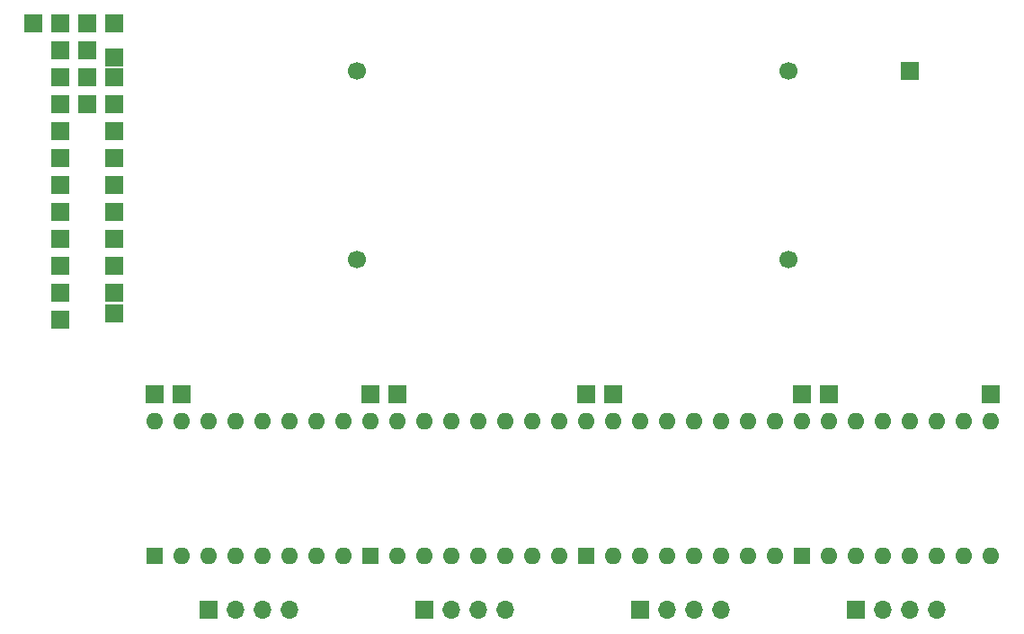
<source format=gbr>
%TF.GenerationSoftware,KiCad,Pcbnew,7.0.10*%
%TF.CreationDate,2024-04-10T01:10:34-04:00*%
%TF.ProjectId,ping_pong,70696e67-5f70-46f6-9e67-2e6b69636164,rev?*%
%TF.SameCoordinates,Original*%
%TF.FileFunction,Soldermask,Bot*%
%TF.FilePolarity,Negative*%
%FSLAX46Y46*%
G04 Gerber Fmt 4.6, Leading zero omitted, Abs format (unit mm)*
G04 Created by KiCad (PCBNEW 7.0.10) date 2024-04-10 01:10:34*
%MOMM*%
%LPD*%
G01*
G04 APERTURE LIST*
%ADD10C,1.700000*%
%ADD11R,1.700000X1.700000*%
%ADD12O,1.600000X1.600000*%
%ADD13R,1.600000X1.600000*%
%ADD14O,1.700000X1.700000*%
G04 APERTURE END LIST*
D10*
%TO.C,U101*%
X76200000Y-34290000D03*
X76200000Y-16510000D03*
X35560000Y-34290000D03*
X35560000Y-16510000D03*
%TD*%
D11*
%TO.C,J142*%
X10160000Y-14587500D03*
%TD*%
%TO.C,J128*%
X12700000Y-39370000D03*
%TD*%
%TO.C,J113*%
X59690000Y-46990000D03*
%TD*%
D12*
%TO.C,A102*%
X36830000Y-49530000D03*
X39370000Y-49530000D03*
X41910000Y-49530000D03*
X44450000Y-49530000D03*
X46990000Y-49530000D03*
X49530000Y-49530000D03*
X52070000Y-49530000D03*
X54610000Y-49530000D03*
X54610000Y-62230000D03*
X52070000Y-62230000D03*
X49530000Y-62230000D03*
X46990000Y-62230000D03*
X44450000Y-62230000D03*
X41910000Y-62230000D03*
X39370000Y-62230000D03*
D13*
X36830000Y-62230000D03*
%TD*%
D11*
%TO.C,J130*%
X12700000Y-19667500D03*
%TD*%
D12*
%TO.C,A103*%
X57150000Y-49530000D03*
X59690000Y-49530000D03*
X62230000Y-49530000D03*
X64770000Y-49530000D03*
X67310000Y-49530000D03*
X69850000Y-49530000D03*
X72390000Y-49530000D03*
X74930000Y-49530000D03*
X74930000Y-62230000D03*
X72390000Y-62230000D03*
X69850000Y-62230000D03*
X67310000Y-62230000D03*
X64770000Y-62230000D03*
X62230000Y-62230000D03*
X59690000Y-62230000D03*
D13*
X57150000Y-62230000D03*
%TD*%
D11*
%TO.C,J126*%
X12700000Y-22207500D03*
%TD*%
%TO.C,J134*%
X12700000Y-29827500D03*
%TD*%
%TO.C,J144*%
X10160000Y-17127500D03*
%TD*%
%TO.C,J117*%
X80010000Y-46990000D03*
%TD*%
%TO.C,J118*%
X77470000Y-46990000D03*
%TD*%
%TO.C,J114*%
X57150000Y-46990000D03*
%TD*%
%TO.C,J125*%
X12700000Y-15205000D03*
%TD*%
%TO.C,J131*%
X10160000Y-12047500D03*
%TD*%
D14*
%TO.C,J104*%
X29210000Y-67310000D03*
X26670000Y-67310000D03*
X24130000Y-67310000D03*
D11*
X21590000Y-67310000D03*
%TD*%
%TO.C,J135*%
X12700000Y-32367500D03*
%TD*%
%TO.C,J140*%
X7620000Y-37447500D03*
%TD*%
%TO.C,J122*%
X7620000Y-17127500D03*
%TD*%
%TO.C,J138*%
X7620000Y-27287500D03*
%TD*%
D12*
%TO.C,A104*%
X77470000Y-49530000D03*
X80010000Y-49530000D03*
X82550000Y-49530000D03*
X85090000Y-49530000D03*
X87630000Y-49530000D03*
X90170000Y-49530000D03*
X92710000Y-49530000D03*
X95250000Y-49530000D03*
X95250000Y-62230000D03*
X92710000Y-62230000D03*
X90170000Y-62230000D03*
X87630000Y-62230000D03*
X85090000Y-62230000D03*
X82550000Y-62230000D03*
X80010000Y-62230000D03*
D13*
X77470000Y-62230000D03*
%TD*%
D11*
%TO.C,J106*%
X19050000Y-46990000D03*
%TD*%
%TO.C,J129*%
X7620000Y-24747500D03*
%TD*%
D14*
%TO.C,J115*%
X69850000Y-67310000D03*
X67310000Y-67310000D03*
X64770000Y-67310000D03*
D11*
X62230000Y-67310000D03*
%TD*%
D12*
%TO.C,A101*%
X16510000Y-49530000D03*
X19050000Y-49530000D03*
X21590000Y-49530000D03*
X24130000Y-49530000D03*
X26670000Y-49530000D03*
X29210000Y-49530000D03*
X31750000Y-49530000D03*
X34290000Y-49530000D03*
X34290000Y-62230000D03*
X31750000Y-62230000D03*
X29210000Y-62230000D03*
X26670000Y-62230000D03*
X24130000Y-62230000D03*
X21590000Y-62230000D03*
X19050000Y-62230000D03*
D13*
X16510000Y-62230000D03*
%TD*%
D11*
%TO.C,J121*%
X7620000Y-14587500D03*
%TD*%
%TO.C,J127*%
X12700000Y-27287500D03*
%TD*%
%TO.C,J120*%
X87630000Y-16510000D03*
%TD*%
%TO.C,J133*%
X12700000Y-24747500D03*
%TD*%
%TO.C,J132*%
X12700000Y-17127500D03*
%TD*%
%TO.C,J123*%
X7620000Y-19667500D03*
%TD*%
%TO.C,J107*%
X16510000Y-46990000D03*
%TD*%
D14*
%TO.C,J119*%
X90170000Y-67285000D03*
X87630000Y-67285000D03*
X85090000Y-67285000D03*
D11*
X82550000Y-67285000D03*
%TD*%
%TO.C,J105*%
X95250000Y-46990000D03*
%TD*%
%TO.C,J101*%
X7620000Y-12047500D03*
%TD*%
%TO.C,J147*%
X12700000Y-34907500D03*
%TD*%
D14*
%TO.C,J111*%
X49530000Y-67310000D03*
X46990000Y-67310000D03*
X44450000Y-67310000D03*
D11*
X41910000Y-67310000D03*
%TD*%
%TO.C,J103*%
X12700000Y-12047500D03*
%TD*%
%TO.C,J143*%
X10160000Y-19667500D03*
%TD*%
%TO.C,J102*%
X5080000Y-12047500D03*
%TD*%
%TO.C,J109*%
X39370000Y-46990000D03*
%TD*%
%TO.C,J148*%
X12700000Y-37447500D03*
%TD*%
%TO.C,J145*%
X7620000Y-29827500D03*
%TD*%
%TO.C,J110*%
X36830000Y-46990000D03*
%TD*%
%TO.C,J146*%
X7620000Y-32367500D03*
%TD*%
%TO.C,J139*%
X7620000Y-34907500D03*
%TD*%
%TO.C,J124*%
X7620000Y-22207500D03*
%TD*%
%TO.C,J141*%
X7620000Y-39987500D03*
%TD*%
M02*

</source>
